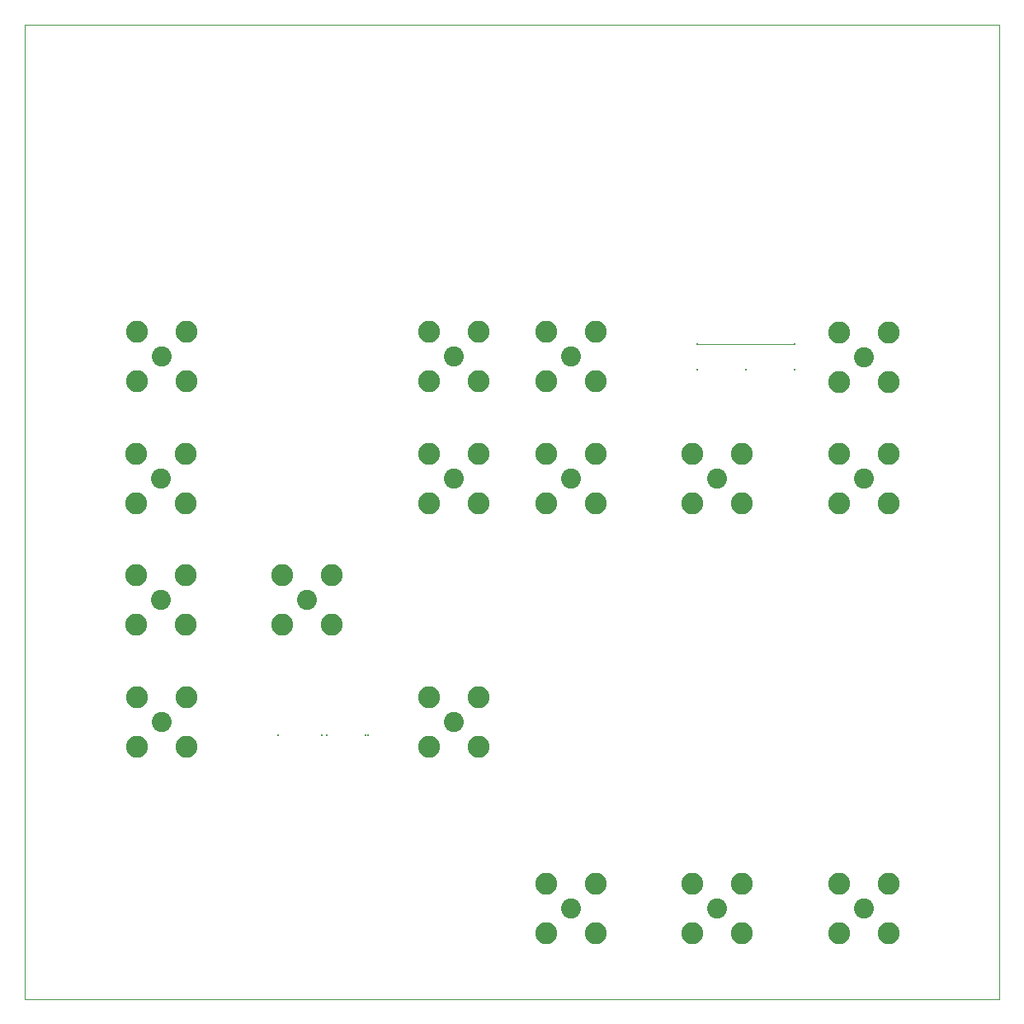
<source format=gbr>
%TF.GenerationSoftware,KiCad,Pcbnew,9.0.3*%
%TF.CreationDate,2026-01-27T12:42:13-08:00*%
%TF.ProjectId,White paper,57686974-6520-4706-9170-65722e6b6963,rev?*%
%TF.SameCoordinates,Original*%
%TF.FileFunction,Copper,L4,Bot*%
%TF.FilePolarity,Positive*%
%FSLAX46Y46*%
G04 Gerber Fmt 4.6, Leading zero omitted, Abs format (unit mm)*
G04 Created by KiCad (PCBNEW 9.0.3) date 2026-01-27 12:42:13*
%MOMM*%
%LPD*%
G01*
G04 APERTURE LIST*
%TA.AperFunction,ComponentPad*%
%ADD10C,2.050000*%
%TD*%
%TA.AperFunction,ComponentPad*%
%ADD11C,2.250000*%
%TD*%
%TA.AperFunction,ViaPad*%
%ADD12C,0.250000*%
%TD*%
%TA.AperFunction,Conductor*%
%ADD13C,0.100000*%
%TD*%
%TA.AperFunction,Profile*%
%ADD14C,0.050000*%
%TD*%
G04 APERTURE END LIST*
D10*
%TO.P,J1,1,In*%
%TO.N,Net-(J1-In)*%
X64030000Y-84030000D03*
D11*
%TO.P,J1,2,Ext*%
%TO.N,GND*%
X61490000Y-81490000D03*
X61490000Y-86570000D03*
X66570000Y-81490000D03*
X66570000Y-86570000D03*
%TD*%
D10*
%TO.P,J8,1,In*%
%TO.N,Net-(J8-In)*%
X106060000Y-96530000D03*
D11*
%TO.P,J8,2,Ext*%
%TO.N,GND*%
X108600000Y-93990000D03*
X103520000Y-93990000D03*
X108600000Y-99070000D03*
X103520000Y-99070000D03*
%TD*%
D10*
%TO.P,J16,1,In*%
%TO.N,Net-(J16-In)*%
X121075000Y-96530000D03*
D11*
%TO.P,J16,2,Ext*%
%TO.N,GND*%
X123615000Y-93990000D03*
X118535000Y-93990000D03*
X123615000Y-99070000D03*
X118535000Y-99070000D03*
%TD*%
D10*
%TO.P,J4,1,In*%
%TO.N,Net-(J4-In)*%
X94030000Y-121530000D03*
D11*
%TO.P,J4,2,Ext*%
%TO.N,GND*%
X91490000Y-118990000D03*
X91490000Y-124070000D03*
X96570000Y-118990000D03*
X96570000Y-124070000D03*
%TD*%
D10*
%TO.P,J9,1,In*%
%TO.N,Net-(J9-In)*%
X136090000Y-140700000D03*
D11*
%TO.P,J9,2,Ext*%
%TO.N,GND*%
X133550000Y-138160000D03*
X133550000Y-143240000D03*
X138630000Y-138160000D03*
X138630000Y-143240000D03*
%TD*%
D10*
%TO.P,J6,1,In*%
%TO.N,Net-(J6-In)*%
X136090000Y-84090000D03*
D11*
%TO.P,J6,2,Ext*%
%TO.N,GND*%
X133550000Y-81550000D03*
X133550000Y-86630000D03*
X138630000Y-81550000D03*
X138630000Y-86630000D03*
%TD*%
D10*
%TO.P,J3,1,In*%
%TO.N,Net-(J3-In)*%
X64030000Y-121560000D03*
D11*
%TO.P,J3,2,Ext*%
%TO.N,GND*%
X61490000Y-119020000D03*
X61490000Y-124100000D03*
X66570000Y-119020000D03*
X66570000Y-124100000D03*
%TD*%
D10*
%TO.P,J12,1,In*%
%TO.N,Net-(J11-In)*%
X94030000Y-96530000D03*
D11*
%TO.P,J12,2,Ext*%
%TO.N,GND*%
X91490000Y-93990000D03*
X91490000Y-99070000D03*
X96570000Y-93990000D03*
X96570000Y-99070000D03*
%TD*%
D10*
%TO.P,J5,1,In*%
%TO.N,Net-(J5-In)*%
X106060000Y-84060000D03*
D11*
%TO.P,J5,2,Ext*%
%TO.N,GND*%
X103520000Y-81520000D03*
X103520000Y-86600000D03*
X108600000Y-81520000D03*
X108600000Y-86600000D03*
%TD*%
D10*
%TO.P,J11,1,In*%
%TO.N,Net-(J11-In)*%
X64000000Y-96530000D03*
D11*
%TO.P,J11,2,Ext*%
%TO.N,GND*%
X61460000Y-93990000D03*
X61460000Y-99070000D03*
X66540000Y-93990000D03*
X66540000Y-99070000D03*
%TD*%
D10*
%TO.P,J13,1,In*%
%TO.N,Net-(J13-In)*%
X64000000Y-109030000D03*
D11*
%TO.P,J13,2,Ext*%
%TO.N,GND*%
X61460000Y-106490000D03*
X61460000Y-111570000D03*
X66540000Y-106490000D03*
X66540000Y-111570000D03*
%TD*%
D10*
%TO.P,J14,1,In*%
%TO.N,Net-(J13-In)*%
X79000000Y-109030000D03*
D11*
%TO.P,J14,2,Ext*%
%TO.N,GND*%
X76460000Y-106490000D03*
X76460000Y-111570000D03*
X81540000Y-106490000D03*
X81540000Y-111570000D03*
%TD*%
D10*
%TO.P,J10,1,In*%
%TO.N,Net-(J10-In)*%
X136090000Y-96530000D03*
D11*
%TO.P,J10,2,Ext*%
%TO.N,GND*%
X133550000Y-93990000D03*
X133550000Y-99070000D03*
X138630000Y-93990000D03*
X138630000Y-99070000D03*
%TD*%
D10*
%TO.P,J7,1,In*%
%TO.N,Net-(J7-In)*%
X106060000Y-140700000D03*
D11*
%TO.P,J7,2,Ext*%
%TO.N,GND*%
X108600000Y-138160000D03*
X103520000Y-138160000D03*
X108600000Y-143240000D03*
X103520000Y-143240000D03*
%TD*%
D10*
%TO.P,J15,1,In*%
%TO.N,Net-(J15-In)*%
X121075000Y-140700000D03*
D11*
%TO.P,J15,2,Ext*%
%TO.N,GND*%
X123615000Y-138160000D03*
X118535000Y-138160000D03*
X123615000Y-143240000D03*
X118535000Y-143240000D03*
%TD*%
D10*
%TO.P,J2,1,In*%
%TO.N,Net-(J2-In)*%
X94030000Y-84030000D03*
D11*
%TO.P,J2,2,Ext*%
%TO.N,GND*%
X91490000Y-81490000D03*
X91490000Y-86570000D03*
X96570000Y-81490000D03*
X96570000Y-86570000D03*
%TD*%
D12*
%TO.N,Net-(J4-In)*%
X85200000Y-122860000D03*
X80500000Y-122860000D03*
X81000000Y-122860000D03*
X85000000Y-122860000D03*
X76000000Y-122860000D03*
%TO.N,Net-(J6-In)*%
X129000000Y-85360000D03*
X124000000Y-85360000D03*
X119000000Y-82760000D03*
X119000000Y-85360000D03*
X129000000Y-82760000D03*
%TD*%
D13*
%TO.N,Net-(J6-In)*%
X119000000Y-82760000D02*
X129000000Y-82760000D01*
%TD*%
D14*
X50000000Y-50000000D02*
X150000000Y-50000000D01*
X150000000Y-150000000D01*
X50000000Y-150000000D01*
X50000000Y-50000000D01*
M02*

</source>
